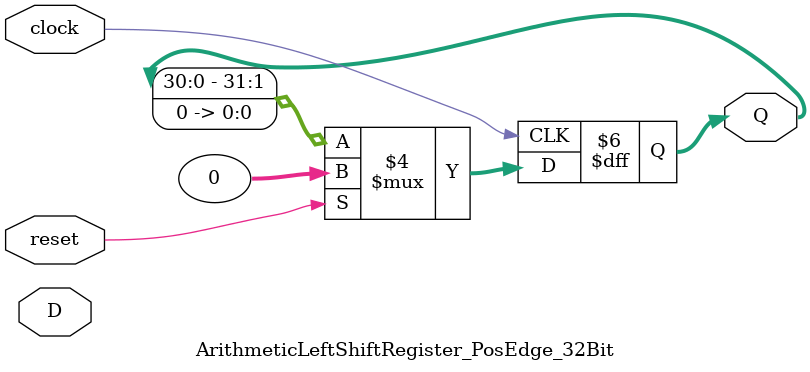
<source format=v>
module ArithmeticLeftShiftRegister_PosEdge_32Bit (clock, reset, D, Q);
    input clock;
    input reset;
    input [31:0] D;
    output reg [31:0] Q;

    always @(posedge clock)
    begin
        if (reset)
            Q = 32'b00000000000000000000000000000000;
        else
            Q = Q << 1 ;        
    end
endmodule

</source>
